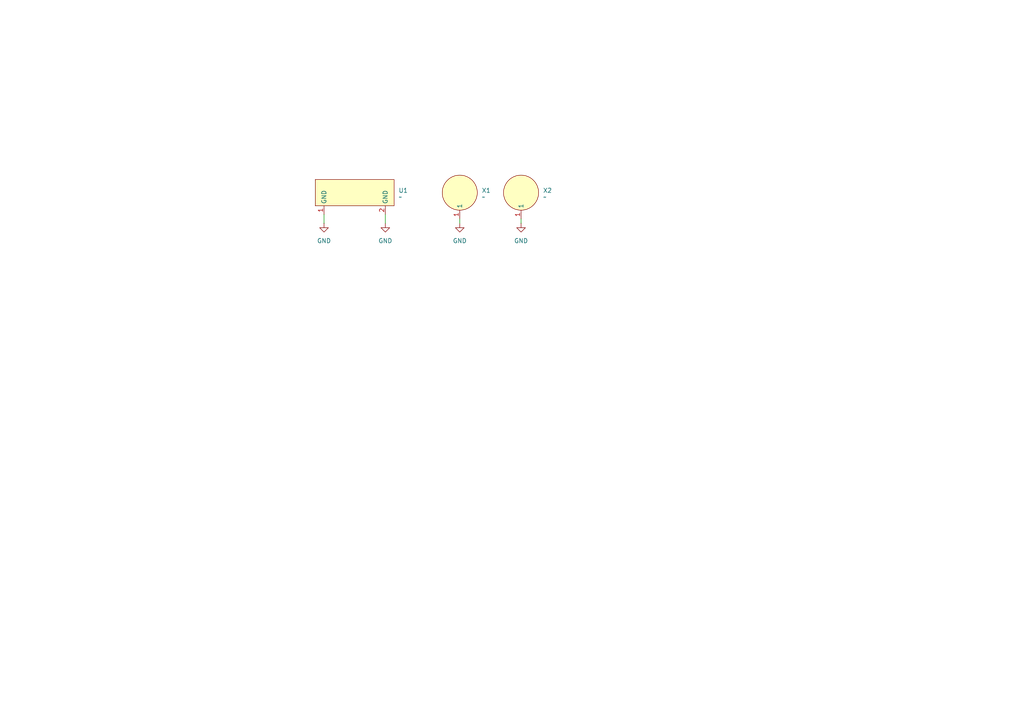
<source format=kicad_sch>
(kicad_sch (version 20250114) (generator "eeschema") (generator_version "9.0")
  (paper "A4")
  (lib_symbols
    (symbol "AllSerial:Front_GND"
      (property "Reference" "U" (at -3.81 -1.27 0))
      (symbol "Front_GND_1_1"
        (rectangle (start -11.43 7.62) (end 11.43 0) (fill (type background)))
        (pin power_in line (at -8.89 -2.54 90) (length 2.54) (name "GND") (number "1"))
        (pin power_in line (at 8.89 -2.54 90) (length 2.54) (name "GND") (number "2"))
      )
    )
    (symbol "AllSerial:SMA-Hole"
      (property "Reference" "X" (at 0 0 0))
      (symbol "SMA-Hole_1_1"
        (circle (center 0 5.08) (radius 5.08) (fill (type background)))
        (pin power_in line (at 0 -2.54 90) (length 2.54) (name "1") (number "1"))
      )
    )
    (symbol "power:GND" (power) (pin_numbers (hide yes)) (pin_names (offset 0) (hide yes))
      (property "Value" "GND" (at 0 -3.81 0))
      (symbol "GND_0_1"
        (polyline (pts (xy 0 0) (xy 0 -1.27) (xy 1.27 -1.27) (xy 0 -2.54) (xy -1.27 -1.27) (xy 0 -1.27)))
      )
      (symbol "GND_1_1"
        (pin power_in line (at 0 0 270) (length 0) (name "~") (number "1"))
      )
    )
  )
  (wire (pts (xy 93.98 62.23) (xy 93.98 64.77)))
  (wire (pts (xy 133.35 63.5) (xy 133.35 64.77)))
  (wire (pts (xy 111.76 62.23) (xy 111.76 64.77)))
  (wire (pts (xy 151.13 63.5) (xy 151.13 64.77)))
  (symbol (lib_id "AllSerial:Front_GND") (at 102.87 59.69 0) (unit 1)
    (property "Reference" "U1" (at 115.57 55.2449 0) (effects (justify left)))
    (property "Value" "~" (at 115.57 57.15 0) (effects (justify left)))
    (property "Footprint" "AllSerial:Frontpanel_GND_2_Holes" (effects (hide yes)))
  )
  (symbol (lib_id "AllSerial:SMA-Hole") (at 133.35 60.96 0) (unit 1)
    (property "Reference" "X1" (at 139.7 55.2449 0) (effects (justify left)))
    (property "Value" "~" (at 139.7 57.15 0) (effects (justify left)))
    (property "Footprint" "AllSerial:SMA-D" (effects (hide yes)))
  )
  (symbol (lib_id "power:GND") (at 93.98 64.77 0) (unit 1)
    (property "Reference" "#PWR01" (effects (hide yes)))
    (property "Value" "GND" (at 93.98 69.85 0))
    (property "Description" "Power symbol creates a global label with name \"GND\" , ground" (effects (hide yes)))
  )
  (symbol (lib_id "AllSerial:SMA-Hole") (at 151.13 60.96 0) (unit 1)
    (property "Reference" "X2" (at 157.48 55.2449 0) (effects (justify left)))
    (property "Value" "~" (at 157.48 57.15 0) (effects (justify left)))
    (property "Footprint" "AllSerial:SMA-D" (effects (hide yes)))
  )
  (symbol (lib_id "power:GND") (at 111.76 64.77 0) (unit 1)
    (property "Reference" "#PWR02" (effects (hide yes)))
    (property "Value" "GND" (at 111.76 69.85 0))
    (property "Description" "Power symbol creates a global label with name \"GND\" , ground" (effects (hide yes)))
  )
  (symbol (lib_id "power:GND") (at 133.35 64.77 0) (unit 1)
    (property "Reference" "#PWR03" (effects (hide yes)))
    (property "Value" "GND" (at 133.35 69.85 0))
    (property "Description" "Power symbol creates a global label with name \"GND\" , ground" (effects (hide yes)))
  )
  (symbol (lib_id "power:GND") (at 151.13 64.77 0) (unit 1)
    (property "Reference" "#PWR04" (effects (hide yes)))
    (property "Value" "GND" (at 151.13 69.85 0))
    (property "Description" "Power symbol creates a global label with name \"GND\" , ground" (effects (hide yes)))
  )
)
</source>
